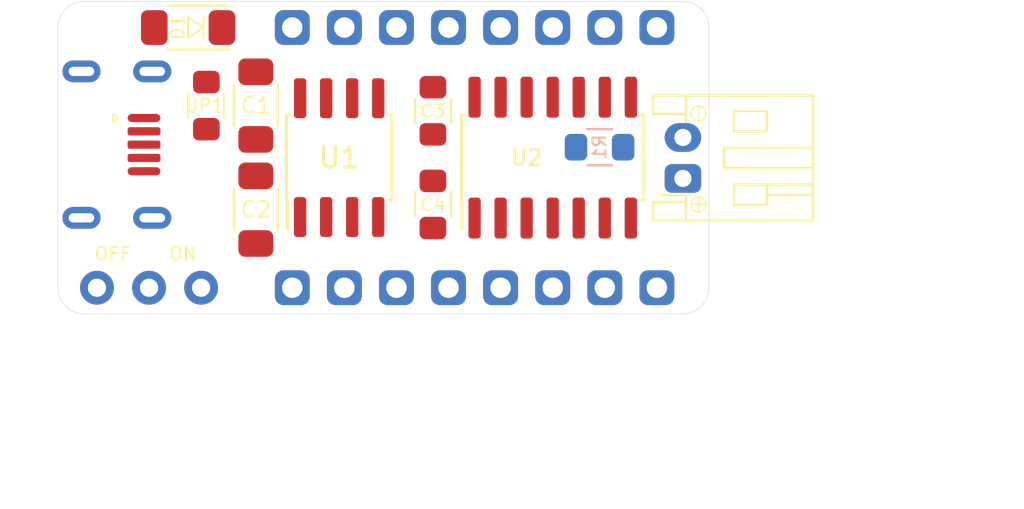
<source format=kicad_pcb>
(kicad_pcb (version 20171130) (host pcbnew "(5.1.0-0)")

  (general
    (thickness 1.6)
    (drawings 14)
    (tracks 0)
    (zones 0)
    (modules 22)
    (nets 14)
  )

  (page USLetter)
  (title_block
    (title "AP2112M 3.3V-regulator with TXB0104 logic level shifter")
    (date 2019-04-12)
    (comment 1 creativecommons.org/licenses/by-sa/4.0/)
    (comment 2 "CC BY-SA 4.0")
    (comment 3 "(C) Vlad Belous")
  )

  (layers
    (0 F.Cu mixed)
    (31 B.Cu mixed)
    (34 B.Paste user)
    (35 F.Paste user)
    (36 B.SilkS user)
    (37 F.SilkS user)
    (38 B.Mask user)
    (39 F.Mask user)
    (40 Dwgs.User user)
    (41 Cmts.User user)
    (44 Edge.Cuts user)
    (45 Margin user)
    (46 B.CrtYd user hide)
    (47 F.CrtYd user hide)
    (48 B.Fab user hide)
    (49 F.Fab user hide)
  )

  (setup
    (last_trace_width 0.2032)
    (user_trace_width 0.3048)
    (user_trace_width 0.508)
    (user_trace_width 0.8128)
    (trace_clearance 0.2032)
    (zone_clearance 0.508)
    (zone_45_only no)
    (trace_min 0.1778)
    (via_size 0.6858)
    (via_drill 0.3302)
    (via_min_size 0.6858)
    (via_min_drill 0.3302)
    (user_via 0.762 0.4064)
    (user_via 0.9144 0.508)
    (uvia_size 0.3)
    (uvia_drill 0.1)
    (uvias_allowed no)
    (uvia_min_size 0.2)
    (uvia_min_drill 0.1)
    (edge_width 0.0254)
    (segment_width 0.2)
    (pcb_text_width 0.3)
    (pcb_text_size 1.5 1.5)
    (mod_edge_width 0.15)
    (mod_text_size 1 1)
    (mod_text_width 0.15)
    (pad_size 1.524 1.524)
    (pad_drill 0.762)
    (pad_to_mask_clearance 0.0508)
    (solder_mask_min_width 0.1016)
    (aux_axis_origin 0 0)
    (visible_elements FFFFFF7F)
    (pcbplotparams
      (layerselection 0x010fc_ffffffff)
      (usegerberextensions false)
      (usegerberattributes false)
      (usegerberadvancedattributes false)
      (creategerberjobfile false)
      (excludeedgelayer true)
      (linewidth 0.076200)
      (plotframeref false)
      (viasonmask false)
      (mode 1)
      (useauxorigin false)
      (hpglpennumber 1)
      (hpglpenspeed 20)
      (hpglpendiameter 15.000000)
      (psnegative false)
      (psa4output false)
      (plotreference true)
      (plotvalue true)
      (plotinvisibletext false)
      (padsonsilk false)
      (subtractmaskfromsilk false)
      (outputformat 1)
      (mirror false)
      (drillshape 1)
      (scaleselection 1)
      (outputdirectory ""))
  )

  (net 0 "")
  (net 1 GND)
  (net 2 5V)
  (net 3 3V3)
  (net 4 "Net-(D1-Pad2)")
  (net 5 H4)
  (net 6 H3)
  (net 7 H2)
  (net 8 H1)
  (net 9 L1)
  (net 10 L2)
  (net 11 L3)
  (net 12 L4)
  (net 13 EN)

  (net_class Default "This is the default net class."
    (clearance 0.2032)
    (trace_width 0.2032)
    (via_dia 0.6858)
    (via_drill 0.3302)
    (uvia_dia 0.3)
    (uvia_drill 0.1)
    (diff_pair_width 0.2032)
    (diff_pair_gap 0.1524)
    (add_net 3V3)
    (add_net 5V)
    (add_net EN)
    (add_net GND)
    (add_net H1)
    (add_net H2)
    (add_net H3)
    (add_net H4)
    (add_net L1)
    (add_net L2)
    (add_net L3)
    (add_net L4)
    (add_net "Net-(D1-Pad2)")
  )

  (module local_footprints:1206_HS (layer F.Cu) (tedit 5C0C843B) (tstamp 5CB03F54)
    (at 149.352 86.36 270)
    (descr "Resistor SMD 1206, reflow soldering, Vishay (see dcrcw.pdf)")
    (tags "resistor 1206")
    (path /5CAF4A0F)
    (attr smd)
    (fp_text reference C1 (at 0 0) (layer F.SilkS)
      (effects (font (size 0.762 0.762) (thickness 0.1016)))
    )
    (fp_text value 1u (at 0 1.95 270) (layer F.Fab) hide
      (effects (font (size 1 1) (thickness 0.15)))
    )
    (fp_line (start 2.15 1.1) (end -2.15 1.1) (layer F.CrtYd) (width 0.05))
    (fp_line (start 2.15 1.1) (end 2.15 -1.11) (layer F.CrtYd) (width 0.05))
    (fp_line (start -2.15 -1.11) (end -2.15 1.1) (layer F.CrtYd) (width 0.05))
    (fp_line (start -2.15 -1.11) (end 2.15 -1.11) (layer F.CrtYd) (width 0.05))
    (fp_line (start -1 -1.07) (end 1 -1.07) (layer F.SilkS) (width 0.12))
    (fp_line (start 1 1.07) (end -1 1.07) (layer F.SilkS) (width 0.12))
    (fp_line (start -1.6 -0.8) (end 1.6 -0.8) (layer F.Fab) (width 0.1))
    (fp_line (start 1.6 -0.8) (end 1.6 0.8) (layer F.Fab) (width 0.1))
    (fp_line (start 1.6 0.8) (end -1.6 0.8) (layer F.Fab) (width 0.1))
    (fp_line (start -1.6 0.8) (end -1.6 -0.8) (layer F.Fab) (width 0.1))
    (fp_text user %R (at 0 0 270) (layer F.Fab)
      (effects (font (size 0.7 0.7) (thickness 0.105)))
    )
    (pad 2 smd roundrect (at 1.65 0 270) (size 1.3 1.7) (layers F.Cu F.Paste F.Mask) (roundrect_rratio 0.25)
      (net 1 GND))
    (pad 1 smd roundrect (at -1.65 0 270) (size 1.3 1.7) (layers F.Cu F.Paste F.Mask) (roundrect_rratio 0.25)
      (net 2 5V))
    (model ${KISYS3DMOD}/Resistors_SMD.3dshapes/R_1206.wrl
      (at (xyz 0 0 0))
      (scale (xyz 1 1 1))
      (rotate (xyz 0 0 0))
    )
  )

  (module local_footprints:1206_HS (layer F.Cu) (tedit 5C0C843B) (tstamp 5CB03F65)
    (at 149.352 91.44 90)
    (descr "Resistor SMD 1206, reflow soldering, Vishay (see dcrcw.pdf)")
    (tags "resistor 1206")
    (path /5CAF6927)
    (attr smd)
    (fp_text reference C2 (at 0 0 180) (layer F.SilkS)
      (effects (font (size 0.762 0.762) (thickness 0.1016)))
    )
    (fp_text value 1u (at 0 1.95 90) (layer F.Fab) hide
      (effects (font (size 1 1) (thickness 0.15)))
    )
    (fp_text user %R (at 0 0 90) (layer F.Fab)
      (effects (font (size 0.7 0.7) (thickness 0.105)))
    )
    (fp_line (start -1.6 0.8) (end -1.6 -0.8) (layer F.Fab) (width 0.1))
    (fp_line (start 1.6 0.8) (end -1.6 0.8) (layer F.Fab) (width 0.1))
    (fp_line (start 1.6 -0.8) (end 1.6 0.8) (layer F.Fab) (width 0.1))
    (fp_line (start -1.6 -0.8) (end 1.6 -0.8) (layer F.Fab) (width 0.1))
    (fp_line (start 1 1.07) (end -1 1.07) (layer F.SilkS) (width 0.12))
    (fp_line (start -1 -1.07) (end 1 -1.07) (layer F.SilkS) (width 0.12))
    (fp_line (start -2.15 -1.11) (end 2.15 -1.11) (layer F.CrtYd) (width 0.05))
    (fp_line (start -2.15 -1.11) (end -2.15 1.1) (layer F.CrtYd) (width 0.05))
    (fp_line (start 2.15 1.1) (end 2.15 -1.11) (layer F.CrtYd) (width 0.05))
    (fp_line (start 2.15 1.1) (end -2.15 1.1) (layer F.CrtYd) (width 0.05))
    (pad 1 smd roundrect (at -1.65 0 90) (size 1.3 1.7) (layers F.Cu F.Paste F.Mask) (roundrect_rratio 0.25)
      (net 3 3V3))
    (pad 2 smd roundrect (at 1.65 0 90) (size 1.3 1.7) (layers F.Cu F.Paste F.Mask) (roundrect_rratio 0.25)
      (net 1 GND))
    (model ${KISYS3DMOD}/Resistors_SMD.3dshapes/R_1206.wrl
      (at (xyz 0 0 0))
      (scale (xyz 1 1 1))
      (rotate (xyz 0 0 0))
    )
  )

  (module local_footprints:0805_HS (layer F.Cu) (tedit 5C0C83D5) (tstamp 5CB03F76)
    (at 157.988 86.614 90)
    (descr "Resistor SMD 0805, reflow soldering, Vishay (see dcrcw.pdf)")
    (tags "resistor 0805")
    (path /5CB067C6)
    (attr smd)
    (fp_text reference C3 (at 0 0 180) (layer F.SilkS)
      (effects (font (size 0.635 0.635) (thickness 0.1016)))
    )
    (fp_text value 0.1u (at 0 1.75 90) (layer F.Fab) hide
      (effects (font (size 1 1) (thickness 0.15)))
    )
    (fp_line (start 1.55 0.9) (end -1.55 0.9) (layer F.CrtYd) (width 0.05))
    (fp_line (start 1.55 0.9) (end 1.55 -0.9) (layer F.CrtYd) (width 0.05))
    (fp_line (start -1.55 -0.9) (end -1.55 0.9) (layer F.CrtYd) (width 0.05))
    (fp_line (start -1.55 -0.9) (end 1.55 -0.9) (layer F.CrtYd) (width 0.05))
    (fp_line (start -0.6 -0.88) (end 0.6 -0.88) (layer F.SilkS) (width 0.12))
    (fp_line (start 0.6 0.88) (end -0.6 0.88) (layer F.SilkS) (width 0.12))
    (fp_line (start -1 -0.62) (end 1 -0.62) (layer F.Fab) (width 0.1))
    (fp_line (start 1 -0.62) (end 1 0.62) (layer F.Fab) (width 0.1))
    (fp_line (start 1 0.62) (end -1 0.62) (layer F.Fab) (width 0.1))
    (fp_line (start -1 0.62) (end -1 -0.62) (layer F.Fab) (width 0.1))
    (fp_text user %R (at 0 0 90) (layer F.Fab)
      (effects (font (size 0.5 0.5) (thickness 0.075)))
    )
    (pad 2 smd roundrect (at 1.15 0 90) (size 1.1 1.3) (layers F.Cu F.Paste F.Mask) (roundrect_rratio 0.25)
      (net 1 GND))
    (pad 1 smd roundrect (at -1.15 0 90) (size 1.1 1.3) (layers F.Cu F.Paste F.Mask) (roundrect_rratio 0.25)
      (net 2 5V))
    (model ${KISYS3DMOD}/Resistors_SMD.3dshapes/R_0805.wrl
      (at (xyz 0 0 0))
      (scale (xyz 1 1 1))
      (rotate (xyz 0 0 0))
    )
  )

  (module local_footprints:0805_HS (layer F.Cu) (tedit 5C0C83D5) (tstamp 5CB05C8A)
    (at 157.988 91.186 270)
    (descr "Resistor SMD 0805, reflow soldering, Vishay (see dcrcw.pdf)")
    (tags "resistor 0805")
    (path /5CB053A0)
    (attr smd)
    (fp_text reference C4 (at 0 0) (layer F.SilkS)
      (effects (font (size 0.635 0.635) (thickness 0.1016)))
    )
    (fp_text value 0.1u (at 0 1.75 270) (layer F.Fab) hide
      (effects (font (size 1 1) (thickness 0.15)))
    )
    (fp_text user %R (at 0 0 270) (layer F.Fab)
      (effects (font (size 0.5 0.5) (thickness 0.075)))
    )
    (fp_line (start -1 0.62) (end -1 -0.62) (layer F.Fab) (width 0.1))
    (fp_line (start 1 0.62) (end -1 0.62) (layer F.Fab) (width 0.1))
    (fp_line (start 1 -0.62) (end 1 0.62) (layer F.Fab) (width 0.1))
    (fp_line (start -1 -0.62) (end 1 -0.62) (layer F.Fab) (width 0.1))
    (fp_line (start 0.6 0.88) (end -0.6 0.88) (layer F.SilkS) (width 0.12))
    (fp_line (start -0.6 -0.88) (end 0.6 -0.88) (layer F.SilkS) (width 0.12))
    (fp_line (start -1.55 -0.9) (end 1.55 -0.9) (layer F.CrtYd) (width 0.05))
    (fp_line (start -1.55 -0.9) (end -1.55 0.9) (layer F.CrtYd) (width 0.05))
    (fp_line (start 1.55 0.9) (end 1.55 -0.9) (layer F.CrtYd) (width 0.05))
    (fp_line (start 1.55 0.9) (end -1.55 0.9) (layer F.CrtYd) (width 0.05))
    (pad 1 smd roundrect (at -1.15 0 270) (size 1.1 1.3) (layers F.Cu F.Paste F.Mask) (roundrect_rratio 0.25)
      (net 3 3V3))
    (pad 2 smd roundrect (at 1.15 0 270) (size 1.1 1.3) (layers F.Cu F.Paste F.Mask) (roundrect_rratio 0.25)
      (net 1 GND))
    (model ${KISYS3DMOD}/Resistors_SMD.3dshapes/R_0805.wrl
      (at (xyz 0 0 0))
      (scale (xyz 1 1 1))
      (rotate (xyz 0 0 0))
    )
  )

  (module local_footprints:1206_Diode_HS (layer F.Cu) (tedit 5C0E1507) (tstamp 5CB04C45)
    (at 146.05 82.55 180)
    (descr "Resistor SMD 1206, reflow soldering, Vishay (see dcrcw.pdf)")
    (tags "resistor 1206")
    (path /5CB14F3B)
    (attr smd)
    (fp_text reference D1 (at 0.508 0 270) (layer F.SilkS)
      (effects (font (size 0.635 0.635) (thickness 0.1016)))
    )
    (fp_text value D_Schottky (at 0 1.95 180) (layer F.Fab) hide
      (effects (font (size 1 1) (thickness 0.15)))
    )
    (fp_line (start 2.15 1.1) (end -2.15 1.1) (layer F.CrtYd) (width 0.05))
    (fp_line (start 2.15 1.1) (end 2.15 -1.11) (layer F.CrtYd) (width 0.05))
    (fp_line (start -2.15 -1.11) (end -2.15 1.1) (layer F.CrtYd) (width 0.05))
    (fp_line (start -2.15 -1.11) (end 2.15 -1.11) (layer F.CrtYd) (width 0.05))
    (fp_line (start -2.016 -1.07) (end 1 -1.07) (layer F.SilkS) (width 0.12))
    (fp_line (start 1 1.07) (end -2.016 1.07) (layer F.SilkS) (width 0.12))
    (fp_line (start -1.6 -0.8) (end 1.6 -0.8) (layer F.Fab) (width 0.1))
    (fp_line (start 1.6 -0.8) (end 1.6 0.8) (layer F.Fab) (width 0.1))
    (fp_line (start 1.6 0.8) (end -1.6 0.8) (layer F.Fab) (width 0.1))
    (fp_line (start -1.6 0.8) (end -1.6 -0.8) (layer F.Fab) (width 0.1))
    (fp_text user %R (at 0 0 180) (layer F.Fab)
      (effects (font (size 0.7 0.7) (thickness 0.105)))
    )
    (fp_line (start -0.762 -0.508) (end -0.762 0.508) (layer F.SilkS) (width 0.1016))
    (fp_line (start -0.762 0.508) (end -0.762 0) (layer F.SilkS) (width 0.0762))
    (fp_line (start -0.762 0) (end 0 -0.508) (layer F.SilkS) (width 0.1016))
    (fp_line (start 0 -0.508) (end 0 0.508) (layer F.SilkS) (width 0.1016))
    (fp_line (start 0 0.508) (end -0.762 0) (layer F.SilkS) (width 0.1016))
    (pad 2 smd roundrect (at 1.65 0 180) (size 1.3 1.7) (layers F.Cu F.Paste F.Mask) (roundrect_rratio 0.25)
      (net 4 "Net-(D1-Pad2)"))
    (pad 1 smd roundrect (at -1.65 0 180) (size 1.3 1.7) (layers F.Cu F.Paste F.Mask) (roundrect_rratio 0.25)
      (net 2 5V))
    (model ${KISYS3DMOD}/Resistors_SMD.3dshapes/R_1206.wrl
      (at (xyz 0 0 0))
      (scale (xyz 1 1 1))
      (rotate (xyz 0 0 0))
    )
  )

  (module local_footprints:USB-micro-B_4-legs_Banggood (layer F.Cu) (tedit 5CB035CE) (tstamp 5CB05305)
    (at 139.7 88.265 270)
    (descr "USB Micro-B receptacle, 4-legs, unknown part number, www.banggood.com/10pcs-Micro-USB-Type-B-5-Pin-Female-Socket-4-Vertical-Legs-For-Solder-Connector-p-1356004.html")
    (tags "usb micro receptacle")
    (path /5CB0B6C9)
    (attr smd)
    (fp_text reference J1 (at 0 -1.2 270) (layer F.SilkS) hide
      (effects (font (size 0.7 0.7) (thickness 0.15)))
    )
    (fp_text value USB_B_Micro (at 0 3.45 270) (layer F.Fab)
      (effects (font (size 1 1) (thickness 0.15)))
    )
    (fp_text user "PCB Edge" (at 0 0.45 270) (layer Dwgs.User)
      (effects (font (size 0.5 0.5) (thickness 0.08)))
    )
    (fp_text user %R (at 0.1 1.975 270) (layer F.Fab)
      (effects (font (size 1 1) (thickness 0.15)))
    )
    (fp_line (start 4.975 -7.24) (end -4.915 -7.24) (layer F.CrtYd) (width 0.05))
    (fp_line (start 4.975 0.95) (end 4.975 -7.24) (layer F.CrtYd) (width 0.05))
    (fp_line (start -4.915 0.95) (end 4.975 0.95) (layer F.CrtYd) (width 0.05))
    (fp_line (start -4.915 -7.24) (end -4.915 0.95) (layer F.CrtYd) (width 0.05))
    (fp_line (start -2.7 0) (end 2.7 0) (layer Dwgs.User) (width 0.05))
    (fp_line (start -1.5 -2.7) (end -1.3 -2.95) (layer F.SilkS) (width 0.1016))
    (fp_line (start -1.3 -2.95) (end -1.1 -2.7) (layer F.SilkS) (width 0.1016))
    (fp_line (start -1.1 -2.7) (end -1.5 -2.7) (layer F.SilkS) (width 0.1016))
    (pad "" np_thru_hole oval (at 2 -3.275 270) (size 0.65 0.65) (drill 0.65) (layers *.Cu *.Mask))
    (pad 6 thru_hole oval (at 3.575 -1.15 270) (size 1.06 1.86) (drill oval 0.45 1.25) (layers *.Cu *.Mask)
      (net 1 GND))
    (pad 6 thru_hole oval (at 3.575 -4.6 270) (size 1.06 1.86) (drill oval 0.45 1.25) (layers *.Cu *.Mask)
      (net 1 GND))
    (pad 5 smd roundrect (at 1.3 -4.2 270) (size 0.4 1.6) (layers F.Cu F.Paste F.Mask) (roundrect_rratio 0.5)
      (net 1 GND))
    (pad 4 smd roundrect (at 0.65 -4.2 270) (size 0.4 1.6) (layers F.Cu F.Paste F.Mask) (roundrect_rratio 0.25))
    (pad 3 smd roundrect (at 0 -4.2 270) (size 0.4 1.6) (layers F.Cu F.Paste F.Mask) (roundrect_rratio 0.25))
    (pad 2 smd roundrect (at -0.65 -4.2 270) (size 0.4 1.6) (layers F.Cu F.Paste F.Mask) (roundrect_rratio 0.25))
    (pad 1 smd roundrect (at -1.3 -4.2 270) (size 0.4 1.6) (layers F.Cu F.Paste F.Mask) (roundrect_rratio 0.5)
      (net 4 "Net-(D1-Pad2)"))
    (pad 6 thru_hole oval (at -3.575 -1.15 270) (size 1.06 1.86) (drill oval 0.45 1.25) (layers *.Cu *.Mask)
      (net 1 GND))
    (pad 6 thru_hole oval (at -3.575 -4.6 270) (size 1.06 1.86) (drill oval 0.45 1.25) (layers *.Cu *.Mask)
      (net 1 GND))
    (pad "" np_thru_hole oval (at -2 -3.275 270) (size 0.65 0.65) (drill 0.65) (layers *.Cu *.Mask))
  )

  (module local_footprints:Pin_Header_Straight_1x01_Pitch2.54mm (layer F.Cu) (tedit 5CA97A76) (tstamp 5CB03FC0)
    (at 153.67 82.55)
    (descr "Through hole straight pin header, 1x07, 2.54mm pitch, single row")
    (tags "Through hole pin header THT 1x07 2.54mm single row")
    (path /5CB32C57)
    (fp_text reference J2 (at 0 -1.6) (layer F.SilkS) hide
      (effects (font (size 0.762 0.762) (thickness 0.127)))
    )
    (fp_text value VIN_HV (at 0 2.54) (layer F.Fab) hide
      (effects (font (size 1 1) (thickness 0.15)))
    )
    (fp_line (start -1.27 1.27) (end -1.27 -1.27) (layer F.CrtYd) (width 0.05))
    (fp_line (start 1.27 1.27) (end -1.27 1.27) (layer F.CrtYd) (width 0.05))
    (fp_line (start 1.27 -1.27) (end 1.27 1.27) (layer F.CrtYd) (width 0.05))
    (fp_line (start -1.27 -1.27) (end 1.27 -1.27) (layer F.CrtYd) (width 0.05))
    (fp_text user %R (at 0 -1.6 180) (layer F.Fab) hide
      (effects (font (size 0.762 0.762) (thickness 0.127)))
    )
    (pad 1 thru_hole roundrect (at 0 0) (size 1.7 1.7) (drill 1) (layers *.Cu *.Mask) (roundrect_rratio 0.25)
      (net 2 5V))
    (model ${KISYS3DMOD}/Pin_Headers.3dshapes/Pin_Header_Straight_1x07_Pitch2.54mm.wrl
      (at (xyz 0 0 0))
      (scale (xyz 1 1 1))
      (rotate (xyz 0 0 0))
    )
  )

  (module local_footprints:Pin_Header_Straight_1x01_Pitch2.54mm (layer F.Cu) (tedit 5CA97A76) (tstamp 5CB03FCA)
    (at 151.13 82.55)
    (descr "Through hole straight pin header, 1x07, 2.54mm pitch, single row")
    (tags "Through hole pin header THT 1x07 2.54mm single row")
    (path /5CB17C4A)
    (fp_text reference J3 (at 0 -1.6) (layer F.SilkS) hide
      (effects (font (size 0.762 0.762) (thickness 0.127)))
    )
    (fp_text value VIN_HV (at 0 2.54) (layer F.Fab) hide
      (effects (font (size 1 1) (thickness 0.15)))
    )
    (fp_text user %R (at 0 -1.6 180) (layer F.Fab) hide
      (effects (font (size 0.762 0.762) (thickness 0.127)))
    )
    (fp_line (start -1.27 -1.27) (end 1.27 -1.27) (layer F.CrtYd) (width 0.05))
    (fp_line (start 1.27 -1.27) (end 1.27 1.27) (layer F.CrtYd) (width 0.05))
    (fp_line (start 1.27 1.27) (end -1.27 1.27) (layer F.CrtYd) (width 0.05))
    (fp_line (start -1.27 1.27) (end -1.27 -1.27) (layer F.CrtYd) (width 0.05))
    (pad 1 thru_hole roundrect (at 0 0) (size 1.7 1.7) (drill 1) (layers *.Cu *.Mask) (roundrect_rratio 0.25)
      (net 2 5V))
    (model ${KISYS3DMOD}/Pin_Headers.3dshapes/Pin_Header_Straight_1x07_Pitch2.54mm.wrl
      (at (xyz 0 0 0))
      (scale (xyz 1 1 1))
      (rotate (xyz 0 0 0))
    )
  )

  (module local_footprints:Pin_Header_Straight_1x01_Pitch2.54mm (layer F.Cu) (tedit 5CA97A76) (tstamp 5CB03FD4)
    (at 158.75 82.55)
    (descr "Through hole straight pin header, 1x07, 2.54mm pitch, single row")
    (tags "Through hole pin header THT 1x07 2.54mm single row")
    (path /5CB19B78)
    (fp_text reference J4 (at 0 -1.6) (layer F.SilkS) hide
      (effects (font (size 0.762 0.762) (thickness 0.127)))
    )
    (fp_text value GND (at 0 2.54) (layer F.Fab) hide
      (effects (font (size 1 1) (thickness 0.15)))
    )
    (fp_line (start -1.27 1.27) (end -1.27 -1.27) (layer F.CrtYd) (width 0.05))
    (fp_line (start 1.27 1.27) (end -1.27 1.27) (layer F.CrtYd) (width 0.05))
    (fp_line (start 1.27 -1.27) (end 1.27 1.27) (layer F.CrtYd) (width 0.05))
    (fp_line (start -1.27 -1.27) (end 1.27 -1.27) (layer F.CrtYd) (width 0.05))
    (fp_text user %R (at 0 -1.6 180) (layer F.Fab) hide
      (effects (font (size 0.762 0.762) (thickness 0.127)))
    )
    (pad 1 thru_hole roundrect (at 0 0) (size 1.7 1.7) (drill 1) (layers *.Cu *.Mask) (roundrect_rratio 0.25)
      (net 1 GND))
    (model ${KISYS3DMOD}/Pin_Headers.3dshapes/Pin_Header_Straight_1x07_Pitch2.54mm.wrl
      (at (xyz 0 0 0))
      (scale (xyz 1 1 1))
      (rotate (xyz 0 0 0))
    )
  )

  (module local_footprints:Pin_Header_Straight_1x01_Pitch2.54mm (layer F.Cu) (tedit 5CA97A76) (tstamp 5CB03FDE)
    (at 156.21 82.55)
    (descr "Through hole straight pin header, 1x07, 2.54mm pitch, single row")
    (tags "Through hole pin header THT 1x07 2.54mm single row")
    (path /5CB32876)
    (fp_text reference J5 (at 0 -1.6) (layer F.SilkS) hide
      (effects (font (size 0.762 0.762) (thickness 0.127)))
    )
    (fp_text value GND (at 0 2.54) (layer F.Fab) hide
      (effects (font (size 1 1) (thickness 0.15)))
    )
    (fp_text user %R (at 0 -1.6 180) (layer F.Fab) hide
      (effects (font (size 0.762 0.762) (thickness 0.127)))
    )
    (fp_line (start -1.27 -1.27) (end 1.27 -1.27) (layer F.CrtYd) (width 0.05))
    (fp_line (start 1.27 -1.27) (end 1.27 1.27) (layer F.CrtYd) (width 0.05))
    (fp_line (start 1.27 1.27) (end -1.27 1.27) (layer F.CrtYd) (width 0.05))
    (fp_line (start -1.27 1.27) (end -1.27 -1.27) (layer F.CrtYd) (width 0.05))
    (pad 1 thru_hole roundrect (at 0 0) (size 1.7 1.7) (drill 1) (layers *.Cu *.Mask) (roundrect_rratio 0.25)
      (net 1 GND))
    (model ${KISYS3DMOD}/Pin_Headers.3dshapes/Pin_Header_Straight_1x07_Pitch2.54mm.wrl
      (at (xyz 0 0 0))
      (scale (xyz 1 1 1))
      (rotate (xyz 0 0 0))
    )
  )

  (module local_footprints:Pin_Header_Straight_1x01_Pitch2.54mm (layer F.Cu) (tedit 5CA97A76) (tstamp 5CB03FE8)
    (at 153.67 95.25)
    (descr "Through hole straight pin header, 1x07, 2.54mm pitch, single row")
    (tags "Through hole pin header THT 1x07 2.54mm single row")
    (path /5CB1CA9B)
    (fp_text reference J6 (at 0 -1.6) (layer F.SilkS) hide
      (effects (font (size 0.762 0.762) (thickness 0.127)))
    )
    (fp_text value VOUT_LV (at 0 2.54) (layer F.Fab) hide
      (effects (font (size 1 1) (thickness 0.15)))
    )
    (fp_text user %R (at 0 -1.6 180) (layer F.Fab) hide
      (effects (font (size 0.762 0.762) (thickness 0.127)))
    )
    (fp_line (start -1.27 -1.27) (end 1.27 -1.27) (layer F.CrtYd) (width 0.05))
    (fp_line (start 1.27 -1.27) (end 1.27 1.27) (layer F.CrtYd) (width 0.05))
    (fp_line (start 1.27 1.27) (end -1.27 1.27) (layer F.CrtYd) (width 0.05))
    (fp_line (start -1.27 1.27) (end -1.27 -1.27) (layer F.CrtYd) (width 0.05))
    (pad 1 thru_hole roundrect (at 0 0) (size 1.7 1.7) (drill 1) (layers *.Cu *.Mask) (roundrect_rratio 0.25)
      (net 3 3V3))
    (model ${KISYS3DMOD}/Pin_Headers.3dshapes/Pin_Header_Straight_1x07_Pitch2.54mm.wrl
      (at (xyz 0 0 0))
      (scale (xyz 1 1 1))
      (rotate (xyz 0 0 0))
    )
  )

  (module local_footprints:Pin_Header_Straight_1x01_Pitch2.54mm (layer F.Cu) (tedit 5CA97A76) (tstamp 5CB03FF2)
    (at 151.13 95.25)
    (descr "Through hole straight pin header, 1x07, 2.54mm pitch, single row")
    (tags "Through hole pin header THT 1x07 2.54mm single row")
    (path /5CB38BF7)
    (fp_text reference J7 (at 0 -1.6) (layer F.SilkS) hide
      (effects (font (size 0.762 0.762) (thickness 0.127)))
    )
    (fp_text value VOUT_LV (at 0 2.54) (layer F.Fab) hide
      (effects (font (size 1 1) (thickness 0.15)))
    )
    (fp_line (start -1.27 1.27) (end -1.27 -1.27) (layer F.CrtYd) (width 0.05))
    (fp_line (start 1.27 1.27) (end -1.27 1.27) (layer F.CrtYd) (width 0.05))
    (fp_line (start 1.27 -1.27) (end 1.27 1.27) (layer F.CrtYd) (width 0.05))
    (fp_line (start -1.27 -1.27) (end 1.27 -1.27) (layer F.CrtYd) (width 0.05))
    (fp_text user %R (at 0 -1.6 180) (layer F.Fab) hide
      (effects (font (size 0.762 0.762) (thickness 0.127)))
    )
    (pad 1 thru_hole roundrect (at 0 0) (size 1.7 1.7) (drill 1) (layers *.Cu *.Mask) (roundrect_rratio 0.25)
      (net 3 3V3))
    (model ${KISYS3DMOD}/Pin_Headers.3dshapes/Pin_Header_Straight_1x07_Pitch2.54mm.wrl
      (at (xyz 0 0 0))
      (scale (xyz 1 1 1))
      (rotate (xyz 0 0 0))
    )
  )

  (module local_footprints:Pin_Header_Straight_1x01_Pitch2.54mm (layer F.Cu) (tedit 5CA97A76) (tstamp 5CB03FFC)
    (at 158.75 95.25)
    (descr "Through hole straight pin header, 1x07, 2.54mm pitch, single row")
    (tags "Through hole pin header THT 1x07 2.54mm single row")
    (path /5CB37AA8)
    (fp_text reference J8 (at 0 -1.6) (layer F.SilkS) hide
      (effects (font (size 0.762 0.762) (thickness 0.127)))
    )
    (fp_text value GND (at 0 2.54) (layer F.Fab) hide
      (effects (font (size 1 1) (thickness 0.15)))
    )
    (fp_text user %R (at 0 -1.6 180) (layer F.Fab) hide
      (effects (font (size 0.762 0.762) (thickness 0.127)))
    )
    (fp_line (start -1.27 -1.27) (end 1.27 -1.27) (layer F.CrtYd) (width 0.05))
    (fp_line (start 1.27 -1.27) (end 1.27 1.27) (layer F.CrtYd) (width 0.05))
    (fp_line (start 1.27 1.27) (end -1.27 1.27) (layer F.CrtYd) (width 0.05))
    (fp_line (start -1.27 1.27) (end -1.27 -1.27) (layer F.CrtYd) (width 0.05))
    (pad 1 thru_hole roundrect (at 0 0) (size 1.7 1.7) (drill 1) (layers *.Cu *.Mask) (roundrect_rratio 0.25)
      (net 1 GND))
    (model ${KISYS3DMOD}/Pin_Headers.3dshapes/Pin_Header_Straight_1x07_Pitch2.54mm.wrl
      (at (xyz 0 0 0))
      (scale (xyz 1 1 1))
      (rotate (xyz 0 0 0))
    )
  )

  (module local_footprints:Pin_Header_Straight_1x01_Pitch2.54mm (layer F.Cu) (tedit 5CA97A76) (tstamp 5CB04006)
    (at 156.21 95.25)
    (descr "Through hole straight pin header, 1x07, 2.54mm pitch, single row")
    (tags "Through hole pin header THT 1x07 2.54mm single row")
    (path /5CB1DB98)
    (fp_text reference J9 (at 0 -1.6) (layer F.SilkS) hide
      (effects (font (size 0.762 0.762) (thickness 0.127)))
    )
    (fp_text value GND (at 0 2.54) (layer F.Fab) hide
      (effects (font (size 1 1) (thickness 0.15)))
    )
    (fp_line (start -1.27 1.27) (end -1.27 -1.27) (layer F.CrtYd) (width 0.05))
    (fp_line (start 1.27 1.27) (end -1.27 1.27) (layer F.CrtYd) (width 0.05))
    (fp_line (start 1.27 -1.27) (end 1.27 1.27) (layer F.CrtYd) (width 0.05))
    (fp_line (start -1.27 -1.27) (end 1.27 -1.27) (layer F.CrtYd) (width 0.05))
    (fp_text user %R (at 0 -1.6 180) (layer F.Fab) hide
      (effects (font (size 0.762 0.762) (thickness 0.127)))
    )
    (pad 1 thru_hole roundrect (at 0 0) (size 1.7 1.7) (drill 1) (layers *.Cu *.Mask) (roundrect_rratio 0.25)
      (net 1 GND))
    (model ${KISYS3DMOD}/Pin_Headers.3dshapes/Pin_Header_Straight_1x07_Pitch2.54mm.wrl
      (at (xyz 0 0 0))
      (scale (xyz 1 1 1))
      (rotate (xyz 0 0 0))
    )
  )

  (module local_footprints:Pin_Header_Straight_1x04_Pitch2.54mm (layer F.Cu) (tedit 5CB0398D) (tstamp 5CB04013)
    (at 161.29 82.55 270)
    (descr "Through hole straight pin header, 1x07, 2.54mm pitch, single row")
    (tags "Through hole pin header THT 1x07 2.54mm single row")
    (path /5CB5230D)
    (fp_text reference J10 (at 0 -10.16 270) (layer F.SilkS) hide
      (effects (font (size 0.762 0.762) (thickness 0.127)))
    )
    (fp_text value SIG_HV (at 0 2.54 270) (layer F.Fab) hide
      (effects (font (size 1 1) (thickness 0.15)))
    )
    (fp_line (start -1.27 1.27) (end -1.27 -8.89) (layer F.CrtYd) (width 0.05))
    (fp_line (start 1.27 1.27) (end -1.27 1.27) (layer F.CrtYd) (width 0.05))
    (fp_line (start 1.27 -8.89) (end 1.27 1.27) (layer F.CrtYd) (width 0.05))
    (fp_line (start -1.27 -8.89) (end 1.27 -8.89) (layer F.CrtYd) (width 0.05))
    (fp_text user %R (at 0 -10.16 90) (layer F.Fab) hide
      (effects (font (size 0.762 0.762) (thickness 0.127)))
    )
    (pad 4 thru_hole roundrect (at 0 -7.62 270) (size 1.7 1.7) (drill 1) (layers *.Cu *.Mask) (roundrect_rratio 0.25)
      (net 5 H4))
    (pad 3 thru_hole roundrect (at 0 -5.08 270) (size 1.7 1.7) (drill 1) (layers *.Cu *.Mask) (roundrect_rratio 0.25)
      (net 6 H3))
    (pad 2 thru_hole roundrect (at 0 -2.54 270) (size 1.7 1.7) (drill 1) (layers *.Cu *.Mask) (roundrect_rratio 0.25)
      (net 7 H2))
    (pad 1 thru_hole roundrect (at 0 0 270) (size 1.7 1.7) (drill 1) (layers *.Cu *.Mask) (roundrect_rratio 0.25)
      (net 8 H1))
    (model ${KISYS3DMOD}/Pin_Headers.3dshapes/Pin_Header_Straight_1x07_Pitch2.54mm.wrl
      (at (xyz 0 0 0))
      (scale (xyz 1 1 1))
      (rotate (xyz 0 0 0))
    )
  )

  (module local_footprints:Pin_Header_Straight_1x04_Pitch2.54mm (layer F.Cu) (tedit 5CB0398D) (tstamp 5CB04020)
    (at 161.29 95.25 270)
    (descr "Through hole straight pin header, 1x07, 2.54mm pitch, single row")
    (tags "Through hole pin header THT 1x07 2.54mm single row")
    (path /5CB4F7E3)
    (fp_text reference J11 (at 0 -10.16 270) (layer F.SilkS) hide
      (effects (font (size 0.762 0.762) (thickness 0.127)))
    )
    (fp_text value SIG_LV (at 0 2.54 270) (layer F.Fab) hide
      (effects (font (size 1 1) (thickness 0.15)))
    )
    (fp_text user %R (at 0 -10.16 90) (layer F.Fab) hide
      (effects (font (size 0.762 0.762) (thickness 0.127)))
    )
    (fp_line (start -1.27 -8.89) (end 1.27 -8.89) (layer F.CrtYd) (width 0.05))
    (fp_line (start 1.27 -8.89) (end 1.27 1.27) (layer F.CrtYd) (width 0.05))
    (fp_line (start 1.27 1.27) (end -1.27 1.27) (layer F.CrtYd) (width 0.05))
    (fp_line (start -1.27 1.27) (end -1.27 -8.89) (layer F.CrtYd) (width 0.05))
    (pad 1 thru_hole roundrect (at 0 0 270) (size 1.7 1.7) (drill 1) (layers *.Cu *.Mask) (roundrect_rratio 0.25)
      (net 9 L1))
    (pad 2 thru_hole roundrect (at 0 -2.54 270) (size 1.7 1.7) (drill 1) (layers *.Cu *.Mask) (roundrect_rratio 0.25)
      (net 10 L2))
    (pad 3 thru_hole roundrect (at 0 -5.08 270) (size 1.7 1.7) (drill 1) (layers *.Cu *.Mask) (roundrect_rratio 0.25)
      (net 11 L3))
    (pad 4 thru_hole roundrect (at 0 -7.62 270) (size 1.7 1.7) (drill 1) (layers *.Cu *.Mask) (roundrect_rratio 0.25)
      (net 12 L4))
    (model ${KISYS3DMOD}/Pin_Headers.3dshapes/Pin_Header_Straight_1x07_Pitch2.54mm.wrl
      (at (xyz 0 0 0))
      (scale (xyz 1 1 1))
      (rotate (xyz 0 0 0))
    )
  )

  (module local_footprints:0805_HS (layer F.Cu) (tedit 5C0C83D5) (tstamp 5CB04C7F)
    (at 146.939 86.36 270)
    (descr "Resistor SMD 0805, reflow soldering, Vishay (see dcrcw.pdf)")
    (tags "resistor 0805")
    (path /5CB5581B)
    (attr smd)
    (fp_text reference JP1 (at 0 0) (layer F.SilkS)
      (effects (font (size 0.635 0.635) (thickness 0.1016)))
    )
    (fp_text value "0 Ohm" (at 0 1.75 270) (layer F.Fab) hide
      (effects (font (size 1 1) (thickness 0.15)))
    )
    (fp_text user %R (at 0 0 270) (layer F.Fab)
      (effects (font (size 0.5 0.5) (thickness 0.075)))
    )
    (fp_line (start -1 0.62) (end -1 -0.62) (layer F.Fab) (width 0.1))
    (fp_line (start 1 0.62) (end -1 0.62) (layer F.Fab) (width 0.1))
    (fp_line (start 1 -0.62) (end 1 0.62) (layer F.Fab) (width 0.1))
    (fp_line (start -1 -0.62) (end 1 -0.62) (layer F.Fab) (width 0.1))
    (fp_line (start 0.6 0.88) (end -0.6 0.88) (layer F.SilkS) (width 0.12))
    (fp_line (start -0.6 -0.88) (end 0.6 -0.88) (layer F.SilkS) (width 0.12))
    (fp_line (start -1.55 -0.9) (end 1.55 -0.9) (layer F.CrtYd) (width 0.05))
    (fp_line (start -1.55 -0.9) (end -1.55 0.9) (layer F.CrtYd) (width 0.05))
    (fp_line (start 1.55 0.9) (end 1.55 -0.9) (layer F.CrtYd) (width 0.05))
    (fp_line (start 1.55 0.9) (end -1.55 0.9) (layer F.CrtYd) (width 0.05))
    (pad 1 smd roundrect (at -1.15 0 270) (size 1.1 1.3) (layers F.Cu F.Paste F.Mask) (roundrect_rratio 0.25)
      (net 4 "Net-(D1-Pad2)"))
    (pad 2 smd roundrect (at 1.15 0 270) (size 1.1 1.3) (layers F.Cu F.Paste F.Mask) (roundrect_rratio 0.25)
      (net 2 5V))
    (model ${KISYS3DMOD}/Resistors_SMD.3dshapes/R_0805.wrl
      (at (xyz 0 0 0))
      (scale (xyz 1 1 1))
      (rotate (xyz 0 0 0))
    )
  )

  (module local_footprints:JST_PH_S2B-PH-K_02x2.00mm_Angled_WiderHole (layer F.Cu) (tedit 5CA9552A) (tstamp 5CB04065)
    (at 170.18 89.916 90)
    (descr "JST PH series connector, S2B-PH-K, side entry type, through hole, Datasheet: http://www.jst-mfg.com/product/pdf/eng/ePH.pdf")
    (tags "connector jst ph")
    (path /5CAEFB43)
    (fp_text reference JST_PH_BAT1 (at 6.35 1.27 180) (layer F.SilkS) hide
      (effects (font (size 1 1) (thickness 0.15)))
    )
    (fp_text value JST_PH_BAT (at 1 7.25 90) (layer F.Fab)
      (effects (font (size 1 1) (thickness 0.15)))
    )
    (fp_text user %R (at 1 2.5 90) (layer F.Fab)
      (effects (font (size 1 1) (thickness 0.15)))
    )
    (fp_line (start 0.5 1.35) (end 0 0.85) (layer F.Fab) (width 0.1))
    (fp_line (start -0.5 1.35) (end 0.5 1.35) (layer F.Fab) (width 0.1))
    (fp_line (start 0 0.85) (end -0.5 1.35) (layer F.Fab) (width 0.1))
    (fp_line (start -0.8 0.15) (end -0.8 -1.05) (layer F.SilkS) (width 0.12))
    (fp_line (start 3.25 0.25) (end -1.25 0.25) (layer F.Fab) (width 0.1))
    (fp_line (start 3.25 -1.35) (end 3.25 0.25) (layer F.Fab) (width 0.1))
    (fp_line (start 3.95 -1.35) (end 3.25 -1.35) (layer F.Fab) (width 0.1))
    (fp_line (start 3.95 6.25) (end 3.95 -1.35) (layer F.Fab) (width 0.1))
    (fp_line (start -1.95 6.25) (end 3.95 6.25) (layer F.Fab) (width 0.1))
    (fp_line (start -1.95 -1.35) (end -1.95 6.25) (layer F.Fab) (width 0.1))
    (fp_line (start -1.25 -1.35) (end -1.95 -1.35) (layer F.Fab) (width 0.1))
    (fp_line (start -1.25 0.25) (end -1.25 -1.35) (layer F.Fab) (width 0.1))
    (fp_line (start 4.45 -1.85) (end -2.45 -1.85) (layer F.CrtYd) (width 0.05))
    (fp_line (start 4.45 6.75) (end 4.45 -1.85) (layer F.CrtYd) (width 0.05))
    (fp_line (start -2.45 6.75) (end 4.45 6.75) (layer F.CrtYd) (width 0.05))
    (fp_line (start -2.45 -1.85) (end -2.45 6.75) (layer F.CrtYd) (width 0.05))
    (fp_line (start -0.8 4.1) (end -0.8 6.35) (layer F.SilkS) (width 0.12))
    (fp_line (start -0.3 4.1) (end -0.3 6.35) (layer F.SilkS) (width 0.12))
    (fp_line (start 2.3 2.5) (end 3.3 2.5) (layer F.SilkS) (width 0.12))
    (fp_line (start 2.3 4.1) (end 2.3 2.5) (layer F.SilkS) (width 0.12))
    (fp_line (start 3.3 4.1) (end 2.3 4.1) (layer F.SilkS) (width 0.12))
    (fp_line (start 3.3 2.5) (end 3.3 4.1) (layer F.SilkS) (width 0.12))
    (fp_line (start -0.3 2.5) (end -1.3 2.5) (layer F.SilkS) (width 0.12))
    (fp_line (start -0.3 4.1) (end -0.3 2.5) (layer F.SilkS) (width 0.12))
    (fp_line (start -1.3 4.1) (end -0.3 4.1) (layer F.SilkS) (width 0.12))
    (fp_line (start -1.3 2.5) (end -1.3 4.1) (layer F.SilkS) (width 0.12))
    (fp_line (start 4.05 0.15) (end 3.15 0.15) (layer F.SilkS) (width 0.12))
    (fp_line (start -2.05 0.15) (end -1.15 0.15) (layer F.SilkS) (width 0.12))
    (fp_line (start 3.15 0.15) (end 2.8 0.15) (layer F.SilkS) (width 0.12))
    (fp_line (start 3.15 -1.45) (end 3.15 0.15) (layer F.SilkS) (width 0.12))
    (fp_line (start 4.05 -1.45) (end 3.15 -1.45) (layer F.SilkS) (width 0.12))
    (fp_line (start 4.05 6.35) (end 4.05 -1.45) (layer F.SilkS) (width 0.12))
    (fp_line (start -2.05 6.35) (end 4.05 6.35) (layer F.SilkS) (width 0.12))
    (fp_line (start -2.05 -1.45) (end -2.05 6.35) (layer F.SilkS) (width 0.12))
    (fp_line (start -1.15 -1.45) (end -2.05 -1.45) (layer F.SilkS) (width 0.12))
    (fp_line (start -1.15 0.15) (end -1.15 -1.45) (layer F.SilkS) (width 0.12))
    (fp_line (start -0.8 0.15) (end -1.15 0.15) (layer F.SilkS) (width 0.12))
    (fp_line (start 1.5 2) (end 1.5 6.35) (layer F.SilkS) (width 0.12))
    (fp_line (start 0.5 2) (end 1.5 2) (layer F.SilkS) (width 0.12))
    (fp_line (start 0.5 6.35) (end 0.5 2) (layer F.SilkS) (width 0.12))
    (fp_line (start -1.27 0.508) (end -1.27 1.016) (layer F.SilkS) (width 0.1016))
    (fp_line (start -1.524 0.762) (end -1.016 0.762) (layer F.SilkS) (width 0.1016))
    (fp_line (start 2.921 0.762) (end 3.429 0.762) (layer F.SilkS) (width 0.1016))
    (fp_circle (center -1.27 0.762) (end -0.91079 0.762) (layer F.SilkS) (width 0.0762))
    (fp_circle (center 3.175 0.762) (end 3.53421 0.762) (layer F.SilkS) (width 0.0762))
    (pad 2 thru_hole oval (at 2 0 90) (size 1.397 1.778) (drill 0.8382) (layers *.Cu *.Mask)
      (net 1 GND))
    (pad 1 thru_hole roundrect (at 0 0 90) (size 1.397 1.778) (drill 0.8382) (layers *.Cu *.Mask) (roundrect_rratio 0.25)
      (net 3 3V3))
    (model ${KISYS3DMOD}/Connectors_JST.3dshapes/JST_PH_S2B-PH-K_02x2.00mm_Angled.wrl
      (at (xyz 0 0 0))
      (scale (xyz 1 1 1))
      (rotate (xyz 0 0 0))
    )
  )

  (module local_footprints:0805_HS (layer B.Cu) (tedit 5C0C83D5) (tstamp 5CB0561B)
    (at 166.116 88.392 180)
    (descr "Resistor SMD 0805, reflow soldering, Vishay (see dcrcw.pdf)")
    (tags "resistor 0805")
    (path /5CB04401)
    (attr smd)
    (fp_text reference R1 (at 0 0 90) (layer B.SilkS)
      (effects (font (size 0.635 0.635) (thickness 0.1016)) (justify mirror))
    )
    (fp_text value 10k (at 0 -1.75 180) (layer B.Fab) hide
      (effects (font (size 1 1) (thickness 0.15)) (justify mirror))
    )
    (fp_line (start 1.55 -0.9) (end -1.55 -0.9) (layer B.CrtYd) (width 0.05))
    (fp_line (start 1.55 -0.9) (end 1.55 0.9) (layer B.CrtYd) (width 0.05))
    (fp_line (start -1.55 0.9) (end -1.55 -0.9) (layer B.CrtYd) (width 0.05))
    (fp_line (start -1.55 0.9) (end 1.55 0.9) (layer B.CrtYd) (width 0.05))
    (fp_line (start -0.6 0.88) (end 0.6 0.88) (layer B.SilkS) (width 0.12))
    (fp_line (start 0.6 -0.88) (end -0.6 -0.88) (layer B.SilkS) (width 0.12))
    (fp_line (start -1 0.62) (end 1 0.62) (layer B.Fab) (width 0.1))
    (fp_line (start 1 0.62) (end 1 -0.62) (layer B.Fab) (width 0.1))
    (fp_line (start 1 -0.62) (end -1 -0.62) (layer B.Fab) (width 0.1))
    (fp_line (start -1 -0.62) (end -1 0.62) (layer B.Fab) (width 0.1))
    (fp_text user %R (at 0 0 180) (layer B.Fab)
      (effects (font (size 0.5 0.5) (thickness 0.075)) (justify mirror))
    )
    (pad 2 smd roundrect (at 1.15 0 180) (size 1.1 1.3) (layers B.Cu B.Paste B.Mask) (roundrect_rratio 0.25)
      (net 1 GND))
    (pad 1 smd roundrect (at -1.15 0 180) (size 1.1 1.3) (layers B.Cu B.Paste B.Mask) (roundrect_rratio 0.25)
      (net 3 3V3))
    (model ${KISYS3DMOD}/Resistors_SMD.3dshapes/R_0805.wrl
      (at (xyz 0 0 0))
      (scale (xyz 1 1 1))
      (rotate (xyz 0 0 0))
    )
  )

  (module local_footprints:Conn_01x03_small (layer F.Cu) (tedit 5C735598) (tstamp 5CB0407D)
    (at 144.145 95.25 90)
    (path /5CAF8D41)
    (fp_text reference SW1 (at 1.905 0 180) (layer F.SilkS) hide
      (effects (font (size 1 1) (thickness 0.15)))
    )
    (fp_text value SW_REG (at 0 -7.62 90) (layer F.Fab) hide
      (effects (font (size 1 1) (thickness 0.15)))
    )
    (pad 1 thru_hole circle (at 0 -2.54 90) (size 1.651 1.651) (drill 0.889) (layers *.Cu *.Mask)
      (net 1 GND))
    (pad 2 thru_hole circle (at 0 0 90) (size 1.651 1.651) (drill 0.889) (layers *.Cu *.Mask)
      (net 13 EN))
    (pad 3 thru_hole circle (at 0 2.54 90) (size 1.651 1.651) (drill 0.889) (layers *.Cu *.Mask)
      (net 2 5V))
  )

  (module local_footprints:SOIC-8_3.9x4.9mm_Pitch1.27mm_HS (layer F.Cu) (tedit 5C735721) (tstamp 5CB0409A)
    (at 153.416 88.9 90)
    (descr "8-Lead Plastic Small Outline (SN) - Narrow, 3.90 mm Body [SOIC] (see Microchip Packaging Specification 00000049BS.pdf)")
    (tags "SOIC 1.27")
    (path /5CAF1888)
    (attr smd)
    (fp_text reference U1 (at 0 0) (layer F.SilkS)
      (effects (font (size 1 1) (thickness 0.15)))
    )
    (fp_text value AP2112M-8SOIC (at 0 3.5 90) (layer F.Fab)
      (effects (font (size 1 1) (thickness 0.15)))
    )
    (fp_line (start -2.075 -2.525) (end -3.475 -2.525) (layer F.SilkS) (width 0.15))
    (fp_line (start -2.075 2.575) (end 2.075 2.575) (layer F.SilkS) (width 0.15))
    (fp_line (start -2.075 -2.575) (end 2.075 -2.575) (layer F.SilkS) (width 0.15))
    (fp_line (start -2.075 2.575) (end -2.075 2.43) (layer F.SilkS) (width 0.15))
    (fp_line (start 2.075 2.575) (end 2.075 2.43) (layer F.SilkS) (width 0.15))
    (fp_line (start 2.075 -2.575) (end 2.075 -2.43) (layer F.SilkS) (width 0.15))
    (fp_line (start -2.075 -2.575) (end -2.075 -2.525) (layer F.SilkS) (width 0.15))
    (fp_line (start -3.73 2.7) (end 3.73 2.7) (layer F.CrtYd) (width 0.05))
    (fp_line (start -3.73 -2.7) (end 3.73 -2.7) (layer F.CrtYd) (width 0.05))
    (fp_line (start 3.73 -2.7) (end 3.73 2.7) (layer F.CrtYd) (width 0.05))
    (fp_line (start -3.73 -2.7) (end -3.73 2.7) (layer F.CrtYd) (width 0.05))
    (fp_line (start -1.95 -1.45) (end -0.95 -2.45) (layer F.Fab) (width 0.1))
    (fp_line (start -1.95 2.45) (end -1.95 -1.45) (layer F.Fab) (width 0.1))
    (fp_line (start 1.95 2.45) (end -1.95 2.45) (layer F.Fab) (width 0.1))
    (fp_line (start 1.95 -2.45) (end 1.95 2.45) (layer F.Fab) (width 0.1))
    (fp_line (start -0.95 -2.45) (end 1.95 -2.45) (layer F.Fab) (width 0.1))
    (fp_text user %R (at 0 0 90) (layer F.Fab)
      (effects (font (size 1 1) (thickness 0.15)))
    )
    (pad 8 smd roundrect (at 2.9 -1.905 90) (size 1.95 0.6) (layers F.Cu F.Paste F.Mask) (roundrect_rratio 0.25)
      (net 2 5V))
    (pad 7 smd roundrect (at 2.9 -0.635 90) (size 1.95 0.6) (layers F.Cu F.Paste F.Mask) (roundrect_rratio 0.25)
      (net 1 GND))
    (pad 6 smd roundrect (at 2.9 0.635 90) (size 1.95 0.6) (layers F.Cu F.Paste F.Mask) (roundrect_rratio 0.25)
      (net 1 GND))
    (pad 5 smd roundrect (at 2.9 1.905 90) (size 1.95 0.6) (layers F.Cu F.Paste F.Mask) (roundrect_rratio 0.25)
      (net 13 EN))
    (pad 4 smd roundrect (at -2.9 1.905 90) (size 1.95 0.6) (layers F.Cu F.Paste F.Mask) (roundrect_rratio 0.25))
    (pad 3 smd roundrect (at -2.9 0.635 90) (size 1.95 0.6) (layers F.Cu F.Paste F.Mask) (roundrect_rratio 0.25))
    (pad 2 smd roundrect (at -2.9 -0.635 90) (size 1.95 0.6) (layers F.Cu F.Paste F.Mask) (roundrect_rratio 0.25))
    (pad 1 smd roundrect (at -2.9 -1.905 90) (size 1.95 0.6) (layers F.Cu F.Paste F.Mask) (roundrect_rratio 0.25)
      (net 3 3V3))
    (model ${KISYS3DMOD}/Housings_SOIC.3dshapes/SOIC-8_3.9x4.9mm_Pitch1.27mm.wrl
      (at (xyz 0 0 0))
      (scale (xyz 1 1 1))
      (rotate (xyz 0 0 0))
    )
  )

  (module local_footprints:SOIC-14_3.9x8.7mm_Pitch1.27mm_HS (layer F.Cu) (tedit 5C10969A) (tstamp 5CB040BD)
    (at 163.83 88.9 90)
    (descr "14-Lead Plastic Small Outline (SL) - Narrow, 3.90 mm Body [SOIC] (see Microchip Packaging Specification 00000049BS.pdf)")
    (tags "SOIC 1.27")
    (path /5CAFF2D7)
    (attr smd)
    (fp_text reference U2 (at 0 -1.27 180) (layer F.SilkS)
      (effects (font (size 0.762 0.762) (thickness 0.127)))
    )
    (fp_text value TXB0104 (at 0 5.375 90) (layer F.Fab) hide
      (effects (font (size 1 1) (thickness 0.15)))
    )
    (fp_line (start -2.075 -4.425) (end -3.45 -4.425) (layer F.SilkS) (width 0.15))
    (fp_line (start -2.075 4.45) (end 2.075 4.45) (layer F.SilkS) (width 0.15))
    (fp_line (start -2.075 -4.45) (end 2.075 -4.45) (layer F.SilkS) (width 0.15))
    (fp_line (start -2.075 4.45) (end -2.075 4.335) (layer F.SilkS) (width 0.15))
    (fp_line (start 2.075 4.45) (end 2.075 4.335) (layer F.SilkS) (width 0.15))
    (fp_line (start 2.075 -4.45) (end 2.075 -4.335) (layer F.SilkS) (width 0.15))
    (fp_line (start -2.075 -4.45) (end -2.075 -4.425) (layer F.SilkS) (width 0.15))
    (fp_line (start -3.95 4.65) (end 3.95 4.65) (layer F.CrtYd) (width 0.05))
    (fp_line (start -3.95 -4.65) (end 3.95 -4.65) (layer F.CrtYd) (width 0.05))
    (fp_line (start 3.95 -4.65) (end 3.95 4.65) (layer F.CrtYd) (width 0.05))
    (fp_line (start -3.95 -4.65) (end -3.95 4.65) (layer F.CrtYd) (width 0.05))
    (fp_line (start -1.27 -3.175) (end -0.635 -3.81) (layer F.Fab) (width 0.15))
    (fp_line (start -1.27 3.81) (end -1.27 -3.175) (layer F.Fab) (width 0.15))
    (fp_line (start 1.27 3.81) (end -1.27 3.81) (layer F.Fab) (width 0.15))
    (fp_line (start 1.27 -3.81) (end 1.27 3.81) (layer F.Fab) (width 0.15))
    (fp_line (start -0.635 -3.81) (end 1.27 -3.81) (layer F.Fab) (width 0.15))
    (fp_text user %R (at 0 0 180) (layer F.Fab)
      (effects (font (size 0.762 0.762) (thickness 0.127)))
    )
    (pad 14 smd roundrect (at 2.95 -3.81 90) (size 2 0.6) (layers F.Cu F.Paste F.Mask) (roundrect_rratio 0.25)
      (net 2 5V))
    (pad 13 smd roundrect (at 2.95 -2.54 90) (size 2 0.6) (layers F.Cu F.Paste F.Mask) (roundrect_rratio 0.25)
      (net 8 H1))
    (pad 12 smd roundrect (at 2.95 -1.27 90) (size 2 0.6) (layers F.Cu F.Paste F.Mask) (roundrect_rratio 0.25)
      (net 7 H2))
    (pad 11 smd roundrect (at 2.95 0 90) (size 2 0.6) (layers F.Cu F.Paste F.Mask) (roundrect_rratio 0.25)
      (net 6 H3))
    (pad 10 smd roundrect (at 2.95 1.27 90) (size 2 0.6) (layers F.Cu F.Paste F.Mask) (roundrect_rratio 0.25)
      (net 5 H4))
    (pad 9 smd roundrect (at 2.95 2.54 90) (size 2 0.6) (layers F.Cu F.Paste F.Mask) (roundrect_rratio 0.25))
    (pad 8 smd roundrect (at 2.95 3.81 90) (size 2 0.6) (layers F.Cu F.Paste F.Mask) (roundrect_rratio 0.25)
      (net 3 3V3))
    (pad 7 smd roundrect (at -2.95 3.81 90) (size 2 0.6) (layers F.Cu F.Paste F.Mask) (roundrect_rratio 0.25)
      (net 1 GND))
    (pad 6 smd roundrect (at -2.95 2.54 90) (size 2 0.6) (layers F.Cu F.Paste F.Mask) (roundrect_rratio 0.25))
    (pad 5 smd roundrect (at -2.95 1.27 90) (size 2 0.6) (layers F.Cu F.Paste F.Mask) (roundrect_rratio 0.25)
      (net 12 L4))
    (pad 4 smd roundrect (at -2.95 0 90) (size 2 0.6) (layers F.Cu F.Paste F.Mask) (roundrect_rratio 0.25)
      (net 11 L3))
    (pad 3 smd roundrect (at -2.95 -1.27 90) (size 2 0.6) (layers F.Cu F.Paste F.Mask) (roundrect_rratio 0.25)
      (net 10 L2))
    (pad 2 smd roundrect (at -2.95 -2.54 90) (size 2 0.6) (layers F.Cu F.Paste F.Mask) (roundrect_rratio 0.25)
      (net 9 L1))
    (pad 1 smd roundrect (at -2.95 -3.81 90) (size 2 0.6) (layers F.Cu F.Paste F.Mask) (roundrect_rratio 0.25)
      (net 3 3V3))
    (model ${KISYS3DMOD}/Housings_SOIC.3dshapes/SOIC-14_3.9x8.7mm_Pitch1.27mm.wrl
      (at (xyz 0 0 0))
      (scale (xyz 1 1 1))
      (rotate (xyz 0 0 0))
    )
  )

  (dimension 15.24 (width 0.15) (layer Cmts.User)
    (gr_text "15.240 mm" (at 185.45 88.9 270) (layer Cmts.User)
      (effects (font (size 1 1) (thickness 0.15)))
    )
    (feature1 (pts (xy 182.88 96.52) (xy 184.736421 96.52)))
    (feature2 (pts (xy 182.88 81.28) (xy 184.736421 81.28)))
    (crossbar (pts (xy 184.15 81.28) (xy 184.15 96.52)))
    (arrow1a (pts (xy 184.15 96.52) (xy 183.563579 95.393496)))
    (arrow1b (pts (xy 184.15 96.52) (xy 184.736421 95.393496)))
    (arrow2a (pts (xy 184.15 81.28) (xy 183.563579 82.406504)))
    (arrow2b (pts (xy 184.15 81.28) (xy 184.736421 82.406504)))
  )
  (dimension 31.75 (width 0.15) (layer Cmts.User)
    (gr_text "31.750 mm" (at 155.575 106.71) (layer Cmts.User)
      (effects (font (size 1 1) (thickness 0.15)))
    )
    (feature1 (pts (xy 171.45 104.14) (xy 171.45 105.996421)))
    (feature2 (pts (xy 139.7 104.14) (xy 139.7 105.996421)))
    (crossbar (pts (xy 139.7 105.41) (xy 171.45 105.41)))
    (arrow1a (pts (xy 171.45 105.41) (xy 170.323496 105.996421)))
    (arrow1b (pts (xy 171.45 105.41) (xy 170.323496 104.823579)))
    (arrow2a (pts (xy 139.7 105.41) (xy 140.826504 105.996421)))
    (arrow2b (pts (xy 139.7 105.41) (xy 140.826504 104.823579)))
  )
  (dimension 31.75 (width 0.15) (layer Cmts.User)
    (gr_text "1.2500 in" (at 155.575 102.9) (layer Cmts.User)
      (effects (font (size 1 1) (thickness 0.15)))
    )
    (feature1 (pts (xy 171.45 100.33) (xy 171.45 102.186421)))
    (feature2 (pts (xy 139.7 100.33) (xy 139.7 102.186421)))
    (crossbar (pts (xy 139.7 101.6) (xy 171.45 101.6)))
    (arrow1a (pts (xy 171.45 101.6) (xy 170.323496 102.186421)))
    (arrow1b (pts (xy 171.45 101.6) (xy 170.323496 101.013579)))
    (arrow2a (pts (xy 139.7 101.6) (xy 140.826504 102.186421)))
    (arrow2b (pts (xy 139.7 101.6) (xy 140.826504 101.013579)))
  )
  (gr_text ON (at 145.796 93.599) (layer F.SilkS) (tstamp 5CB05B3A)
    (effects (font (size 0.635 0.635) (thickness 0.1016)))
  )
  (gr_text OFF (at 142.367 93.599) (layer F.SilkS)
    (effects (font (size 0.635 0.635) (thickness 0.1016)))
  )
  (gr_arc (start 140.97 82.55) (end 140.97 81.28) (angle -90) (layer Edge.Cuts) (width 0.0254))
  (gr_arc (start 140.97 95.25) (end 139.7 95.25) (angle -90) (layer Edge.Cuts) (width 0.0254))
  (gr_arc (start 170.18 95.25) (end 170.18 96.52) (angle -90) (layer Edge.Cuts) (width 0.0254))
  (gr_arc (start 170.18 82.55) (end 171.45 82.55) (angle -90) (layer Edge.Cuts) (width 0.0254))
  (gr_line (start 171.45 82.55) (end 171.45 95.25) (layer Edge.Cuts) (width 0.0254))
  (gr_line (start 140.97 96.52) (end 170.18 96.52) (layer Edge.Cuts) (width 0.0254))
  (gr_line (start 139.7 82.55) (end 139.7 95.25) (layer Edge.Cuts) (width 0.0254))
  (gr_line (start 170.18 81.28) (end 140.97 81.28) (layer Edge.Cuts) (width 0.0254))
  (dimension 15.24 (width 0.15) (layer Cmts.User)
    (gr_text "0.6000 in" (at 181.64 88.9 270) (layer Cmts.User)
      (effects (font (size 1 1) (thickness 0.15)))
    )
    (feature1 (pts (xy 179.07 96.52) (xy 180.926421 96.52)))
    (feature2 (pts (xy 179.07 81.28) (xy 180.926421 81.28)))
    (crossbar (pts (xy 180.34 81.28) (xy 180.34 96.52)))
    (arrow1a (pts (xy 180.34 96.52) (xy 179.753579 95.393496)))
    (arrow1b (pts (xy 180.34 96.52) (xy 180.926421 95.393496)))
    (arrow2a (pts (xy 180.34 81.28) (xy 179.753579 82.406504)))
    (arrow2b (pts (xy 180.34 81.28) (xy 180.926421 82.406504)))
  )

)

</source>
